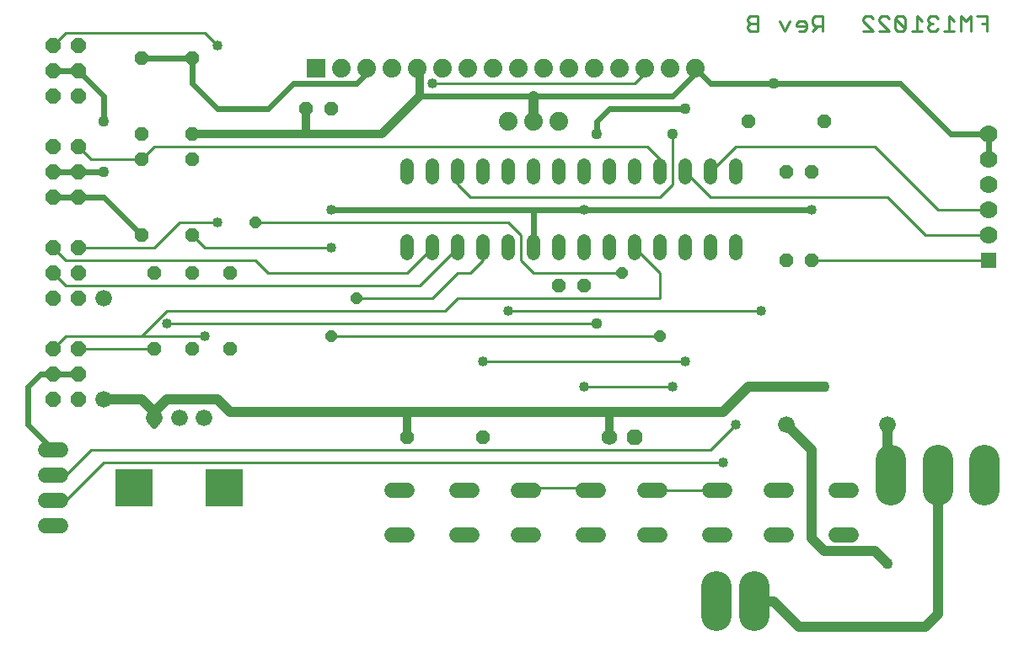
<source format=gbl>
G75*
%MOIN*%
%OFA0B0*%
%FSLAX24Y24*%
%IPPOS*%
%LPD*%
%AMOC8*
5,1,8,0,0,1.08239X$1,22.5*
%
%ADD10C,0.0110*%
%ADD11R,0.0740X0.0740*%
%ADD12C,0.0740*%
%ADD13C,0.0520*%
%ADD14OC8,0.0520*%
%ADD15OC8,0.0620*%
%ADD16C,0.0620*%
%ADD17C,0.0660*%
%ADD18R,0.1500X0.1500*%
%ADD19R,0.0594X0.0594*%
%ADD20C,0.0700*%
%ADD21C,0.0600*%
%ADD22OC8,0.0600*%
%ADD23C,0.1185*%
%ADD24C,0.1200*%
%ADD25C,0.0240*%
%ADD26C,0.0320*%
%ADD27C,0.0400*%
%ADD28C,0.0436*%
%ADD29C,0.0400*%
%ADD30C,0.0100*%
%ADD31C,0.0440*%
%ADD32OC8,0.0436*%
D10*
X036331Y030448D02*
X036233Y030547D01*
X036233Y030645D01*
X036331Y030744D01*
X036626Y030744D01*
X036626Y031039D02*
X036626Y030448D01*
X036331Y030448D01*
X036331Y030744D02*
X036233Y030842D01*
X036233Y030940D01*
X036331Y031039D01*
X036626Y031039D01*
X037522Y030842D02*
X037719Y030448D01*
X037915Y030842D01*
X038166Y030744D02*
X038166Y030645D01*
X038560Y030645D01*
X038560Y030547D02*
X038560Y030744D01*
X038462Y030842D01*
X038265Y030842D01*
X038166Y030744D01*
X038265Y030448D02*
X038462Y030448D01*
X038560Y030547D01*
X038811Y030448D02*
X039008Y030645D01*
X038909Y030645D02*
X039205Y030645D01*
X039205Y030448D02*
X039205Y031039D01*
X038909Y031039D01*
X038811Y030940D01*
X038811Y030744D01*
X038909Y030645D01*
X040799Y030448D02*
X041193Y030448D01*
X040799Y030842D01*
X040799Y030940D01*
X040897Y031039D01*
X041094Y031039D01*
X041193Y030940D01*
X041444Y030940D02*
X041444Y030842D01*
X041837Y030448D01*
X041444Y030448D01*
X042088Y030547D02*
X042187Y030448D01*
X042383Y030448D01*
X042482Y030547D01*
X042088Y030940D01*
X042088Y030547D01*
X042088Y030940D02*
X042187Y031039D01*
X042383Y031039D01*
X042482Y030940D01*
X042482Y030547D01*
X042733Y030448D02*
X043126Y030448D01*
X042929Y030448D02*
X042929Y031039D01*
X043126Y030842D01*
X043377Y030842D02*
X043476Y030744D01*
X043377Y030645D01*
X043377Y030547D01*
X043476Y030448D01*
X043672Y030448D01*
X043771Y030547D01*
X044022Y030448D02*
X044415Y030448D01*
X044219Y030448D02*
X044219Y031039D01*
X044415Y030842D01*
X044666Y031039D02*
X044666Y030448D01*
X045060Y030448D02*
X045060Y031039D01*
X044863Y030842D01*
X044666Y031039D01*
X045311Y031039D02*
X045705Y031039D01*
X045705Y030448D01*
X045705Y030744D02*
X045508Y030744D01*
X043771Y030940D02*
X043672Y031039D01*
X043476Y031039D01*
X043377Y030940D01*
X043377Y030842D01*
X043476Y030744D02*
X043574Y030744D01*
X041837Y030940D02*
X041739Y031039D01*
X041542Y031039D01*
X041444Y030940D01*
D11*
X019161Y028996D03*
D12*
X020161Y028996D03*
X021161Y028996D03*
X022161Y028996D03*
X023161Y028996D03*
X024161Y028996D03*
X025161Y028996D03*
X026161Y028996D03*
X027161Y028996D03*
X028161Y028996D03*
X029161Y028996D03*
X030161Y028996D03*
X031161Y028996D03*
X032161Y028996D03*
X033161Y028996D03*
X034161Y028996D03*
X028760Y026893D03*
X027760Y026893D03*
X026760Y026893D03*
D13*
X026760Y025153D02*
X026760Y024633D01*
X027760Y024633D02*
X027760Y025153D01*
X028760Y025153D02*
X028760Y024633D01*
X029760Y024633D02*
X029760Y025153D01*
X030760Y025153D02*
X030760Y024633D01*
X031760Y024633D02*
X031760Y025153D01*
X032760Y025153D02*
X032760Y024633D01*
X033760Y024633D02*
X033760Y025153D01*
X034760Y025153D02*
X034760Y024633D01*
X035760Y024633D02*
X035760Y025153D01*
X035760Y022153D02*
X035760Y021633D01*
X034760Y021633D02*
X034760Y022153D01*
X033760Y022153D02*
X033760Y021633D01*
X032760Y021633D02*
X032760Y022153D01*
X031760Y022153D02*
X031760Y021633D01*
X030760Y021633D02*
X030760Y022153D01*
X029760Y022153D02*
X029760Y021633D01*
X028760Y021633D02*
X028760Y022153D01*
X027760Y022153D02*
X027760Y021633D01*
X026760Y021633D02*
X026760Y022153D01*
X025760Y022153D02*
X025760Y021633D01*
X024760Y021633D02*
X024760Y022153D01*
X023760Y022153D02*
X023760Y021633D01*
X022760Y021633D02*
X022760Y022153D01*
X022760Y024633D02*
X022760Y025153D01*
X023760Y025153D02*
X023760Y024633D01*
X024760Y024633D02*
X024760Y025153D01*
X025760Y025153D02*
X025760Y024633D01*
D14*
X028760Y020393D03*
X029760Y020393D03*
X037760Y021393D03*
X038760Y021393D03*
X038760Y024893D03*
X037760Y024893D03*
X039260Y026893D03*
X036260Y026893D03*
X025760Y014393D03*
X022760Y014393D03*
X015760Y017893D03*
X014260Y017893D03*
X012760Y017893D03*
X012760Y020893D03*
X014260Y020893D03*
X015760Y020893D03*
X014260Y022393D03*
X012260Y022393D03*
X012260Y025393D03*
X012260Y026393D03*
X014260Y026393D03*
X014260Y025393D03*
X018760Y027393D03*
X019760Y027393D03*
X014260Y029393D03*
X012260Y029393D03*
D15*
X031760Y014393D03*
D16*
X030760Y014393D03*
D17*
X037760Y014893D03*
X041760Y014893D03*
X014744Y015149D03*
X013760Y015149D03*
X012775Y015149D03*
X010760Y015893D03*
X010760Y019893D03*
D18*
X011988Y012393D03*
X015531Y012393D03*
D19*
X045760Y021393D03*
D20*
X045760Y022393D03*
X045760Y023393D03*
X045760Y024393D03*
X045760Y025393D03*
X045760Y026393D03*
D21*
X009060Y010893D02*
X008460Y010893D01*
X008460Y011893D02*
X009060Y011893D01*
X009060Y012893D02*
X008460Y012893D01*
X008460Y013893D02*
X009060Y013893D01*
X022180Y012283D02*
X022780Y012283D01*
X024740Y012283D02*
X025340Y012283D01*
X027180Y012283D02*
X027780Y012283D01*
X029740Y012283D02*
X030340Y012283D01*
X032180Y012283D02*
X032780Y012283D01*
X034740Y012283D02*
X035340Y012283D01*
X037180Y012283D02*
X037780Y012283D01*
X039740Y012283D02*
X040340Y012283D01*
X040340Y010503D02*
X039740Y010503D01*
X037780Y010503D02*
X037180Y010503D01*
X035340Y010503D02*
X034740Y010503D01*
X032780Y010503D02*
X032180Y010503D01*
X030340Y010503D02*
X029740Y010503D01*
X027780Y010503D02*
X027180Y010503D01*
X025340Y010503D02*
X024740Y010503D01*
X022780Y010503D02*
X022180Y010503D01*
D22*
X009760Y015893D03*
X008760Y015893D03*
X008760Y016893D03*
X009760Y016893D03*
X009760Y017893D03*
X008760Y017893D03*
X008760Y019893D03*
X009760Y019893D03*
X009760Y020893D03*
X009760Y021893D03*
X008760Y021893D03*
X008760Y020893D03*
X008760Y023893D03*
X009760Y023893D03*
X009760Y024893D03*
X008760Y024893D03*
X008760Y025893D03*
X009760Y025893D03*
X009760Y027893D03*
X009760Y028893D03*
X008760Y028893D03*
X008760Y027893D03*
X008760Y029893D03*
X009760Y029893D03*
D23*
X035010Y008486D02*
X035010Y007301D01*
X036510Y007301D02*
X036510Y008486D01*
D24*
X041910Y012293D02*
X041910Y013493D01*
X043760Y013493D02*
X043760Y012293D01*
X045610Y012293D02*
X045610Y013493D01*
D25*
X038760Y023393D02*
X029760Y023393D01*
X027760Y023393D01*
X019760Y023393D01*
X017260Y027393D02*
X015260Y027393D01*
X014260Y028393D01*
X014260Y029393D01*
X012260Y029393D01*
X010760Y027893D02*
X010760Y026893D01*
X010760Y027893D02*
X009760Y028893D01*
X008760Y028893D01*
X008760Y024893D02*
X009760Y024893D01*
X010760Y024893D01*
X010760Y023893D02*
X009760Y023893D01*
X008760Y023893D01*
X010760Y023893D02*
X012260Y022393D01*
X017260Y027393D02*
X018260Y028393D01*
X020760Y028393D01*
X021260Y028893D01*
X021260Y028897D01*
X021161Y028996D01*
X023161Y028996D02*
X023260Y028897D01*
X023260Y027893D02*
X027760Y027893D01*
X033260Y027893D01*
X034260Y028893D01*
X034760Y028393D01*
X037260Y028393D01*
X042260Y028393D01*
X044260Y026393D01*
X045760Y026393D01*
X045760Y025393D01*
X033760Y027393D02*
X030760Y027393D01*
X030260Y026893D01*
X030260Y026393D01*
X027760Y023393D02*
X027760Y021893D01*
X012775Y015149D02*
X012775Y014909D01*
X012760Y014893D01*
X009760Y016893D02*
X008760Y016893D01*
X008260Y016893D01*
X007760Y016393D01*
X007760Y014893D01*
X008760Y013893D01*
D26*
X012760Y014893D02*
X012760Y015393D01*
X022760Y015393D02*
X022760Y014393D01*
X030760Y014393D02*
X030760Y015393D01*
X021760Y026393D02*
X018760Y026393D01*
X018760Y027393D01*
X018760Y026393D02*
X014260Y026393D01*
X021760Y026393D02*
X023260Y027893D01*
X023260Y028897D01*
D27*
X027760Y027893D02*
X027760Y026893D01*
X034161Y028992D02*
X034260Y028893D01*
X034161Y028992D02*
X034161Y028996D01*
X036260Y016393D02*
X039260Y016393D01*
X037760Y014893D02*
X038760Y013893D01*
X038760Y010393D01*
X039260Y009893D01*
X041260Y009893D01*
X041760Y009393D01*
X043760Y007393D02*
X043760Y012893D01*
X041910Y012893D02*
X041760Y013043D01*
X041760Y014893D01*
X036260Y016393D02*
X035260Y015393D01*
X030760Y015393D01*
X022760Y015393D01*
X015760Y015393D01*
X015260Y015893D01*
X013260Y015893D01*
X012760Y015393D01*
X012260Y015893D01*
X010760Y015893D01*
X036510Y007893D02*
X037260Y007893D01*
X038260Y006893D01*
X043260Y006893D01*
X043760Y007393D01*
D28*
X041760Y009393D03*
X039260Y016393D03*
X033260Y026393D03*
X033760Y027393D03*
X030260Y026393D03*
X037260Y028393D03*
X010760Y026893D03*
X010760Y024893D03*
D29*
X015260Y022893D03*
X019760Y023393D03*
X019760Y021893D03*
X014760Y018393D03*
X013260Y018893D03*
X023760Y028393D03*
X029760Y023393D03*
X026760Y019393D03*
X025760Y017393D03*
X029760Y016393D03*
X033260Y016393D03*
X033760Y017393D03*
X035760Y014893D03*
X035260Y013393D03*
X036760Y019393D03*
X038760Y023393D03*
X015260Y029893D03*
D30*
X014760Y030393D01*
X009260Y030393D01*
X008760Y029893D01*
X009760Y025893D02*
X010260Y025393D01*
X012260Y025393D01*
X012760Y025893D01*
X032260Y025893D01*
X032760Y025393D01*
X032760Y024893D01*
X033260Y024393D02*
X033260Y026393D01*
X033760Y024893D02*
X034760Y023893D01*
X041760Y023893D01*
X043260Y022393D01*
X045760Y022393D01*
X045760Y023393D02*
X043760Y023393D01*
X041260Y025893D01*
X035760Y025893D01*
X034760Y024893D01*
X033260Y024393D02*
X032760Y023893D01*
X025260Y023893D01*
X024760Y024393D01*
X024760Y024893D01*
X026760Y022893D02*
X016760Y022893D01*
X015260Y022893D02*
X013760Y022893D01*
X012760Y021893D01*
X009760Y021893D01*
X009260Y021393D02*
X008760Y021893D01*
X009260Y021393D02*
X016760Y021393D01*
X017260Y020893D01*
X022760Y020893D01*
X023760Y021893D01*
X024760Y021893D02*
X023260Y020393D01*
X009260Y020393D01*
X008760Y020893D01*
X009260Y018393D02*
X008760Y017893D01*
X009260Y018393D02*
X012260Y018393D01*
X013260Y019393D01*
X024260Y019393D01*
X024760Y019893D01*
X032760Y019893D01*
X032760Y020893D01*
X031760Y021893D01*
X031260Y020893D02*
X027760Y020893D01*
X027260Y021393D01*
X027260Y022393D01*
X026760Y022893D01*
X025760Y021893D02*
X025760Y021393D01*
X025260Y020893D01*
X024760Y020893D01*
X023760Y019893D01*
X020760Y019893D01*
X019760Y018393D02*
X032760Y018393D01*
X033760Y017393D02*
X025760Y017393D01*
X026760Y019393D02*
X036760Y019393D01*
X038760Y021393D02*
X045760Y021393D01*
X035760Y014893D02*
X034760Y013893D01*
X010260Y013893D01*
X009260Y012893D01*
X008760Y012893D01*
X008760Y011893D02*
X009260Y011893D01*
X010760Y013393D01*
X035260Y013393D01*
X035040Y012283D02*
X032480Y012283D01*
X030040Y012283D02*
X029760Y012393D01*
X027760Y012393D01*
X027480Y012283D01*
X029760Y016393D02*
X033260Y016393D01*
X030260Y018893D02*
X013260Y018893D01*
X012260Y018393D02*
X014760Y018393D01*
X012760Y017893D02*
X009760Y017893D01*
X014260Y022393D02*
X014760Y021893D01*
X019760Y021893D01*
X023760Y028393D02*
X031760Y028393D01*
X032161Y028795D01*
X032161Y028996D01*
D31*
X030260Y018893D03*
D32*
X031260Y020893D03*
X032760Y018393D03*
X020760Y019893D03*
X019760Y018393D03*
X016760Y022893D03*
M02*

</source>
